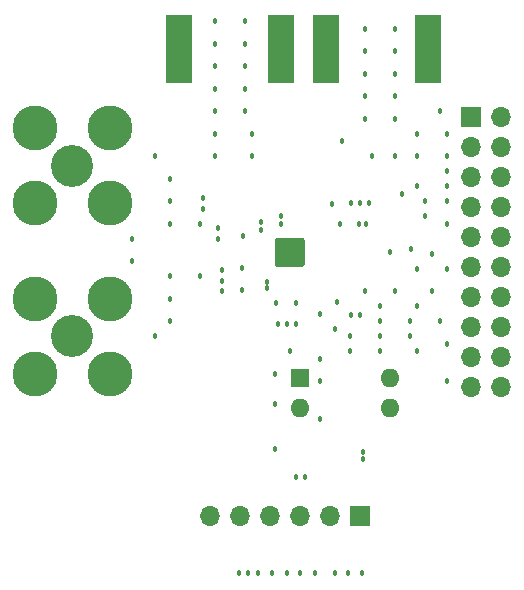
<source format=gbl>
G04 #@! TF.GenerationSoftware,KiCad,Pcbnew,(5.1.6)-1*
G04 #@! TF.CreationDate,2020-10-21T16:53:57-04:00*
G04 #@! TF.ProjectId,SAR_pcb,5341525f-7063-4622-9e6b-696361645f70,rev?*
G04 #@! TF.SameCoordinates,Original*
G04 #@! TF.FileFunction,Copper,L4,Bot*
G04 #@! TF.FilePolarity,Positive*
%FSLAX46Y46*%
G04 Gerber Fmt 4.6, Leading zero omitted, Abs format (unit mm)*
G04 Created by KiCad (PCBNEW (5.1.6)-1) date 2020-10-21 16:53:57*
%MOMM*%
%LPD*%
G01*
G04 APERTURE LIST*
G04 #@! TA.AperFunction,SMDPad,CuDef*
%ADD10R,2.286000X5.842000*%
G04 #@! TD*
G04 #@! TA.AperFunction,ComponentPad*
%ADD11C,3.810000*%
G04 #@! TD*
G04 #@! TA.AperFunction,ComponentPad*
%ADD12C,3.556000*%
G04 #@! TD*
G04 #@! TA.AperFunction,ComponentPad*
%ADD13R,1.700000X1.700000*%
G04 #@! TD*
G04 #@! TA.AperFunction,ComponentPad*
%ADD14O,1.700000X1.700000*%
G04 #@! TD*
G04 #@! TA.AperFunction,ComponentPad*
%ADD15R,1.600000X1.600000*%
G04 #@! TD*
G04 #@! TA.AperFunction,ComponentPad*
%ADD16O,1.600000X1.600000*%
G04 #@! TD*
G04 #@! TA.AperFunction,ViaPad*
%ADD17C,0.500000*%
G04 #@! TD*
G04 #@! TA.AperFunction,ViaPad*
%ADD18C,0.457200*%
G04 #@! TD*
G04 APERTURE END LIST*
D10*
G04 #@! TO.P,J10,2*
G04 #@! TO.N,GND*
X152273000Y-75996021D03*
X160909000Y-75996021D03*
G04 #@! TD*
G04 #@! TO.P,J9,2*
G04 #@! TO.N,GND*
X139827000Y-75984100D03*
X148463000Y-75984100D03*
G04 #@! TD*
D11*
G04 #@! TO.P,J1,2*
G04 #@! TO.N,GND*
X127635000Y-82715100D03*
D12*
G04 #@! TO.P,J1,1*
G04 #@! TO.N,VIN-*
X130810000Y-85890100D03*
D11*
G04 #@! TO.P,J1,2*
G04 #@! TO.N,GND*
X133985000Y-82715100D03*
X127635000Y-89065100D03*
X133985000Y-89065100D03*
G04 #@! TD*
G04 #@! TO.P,J2,2*
G04 #@! TO.N,GND*
X133985000Y-103505000D03*
X127635000Y-103505000D03*
X133985000Y-97155000D03*
D12*
G04 #@! TO.P,J2,1*
G04 #@! TO.N,VIN+*
X130810000Y-100330000D03*
D11*
G04 #@! TO.P,J2,2*
G04 #@! TO.N,GND*
X127635000Y-97155000D03*
G04 #@! TD*
D13*
G04 #@! TO.P,J3,1*
G04 #@! TO.N,D0*
X164592000Y-81788000D03*
D14*
G04 #@! TO.P,J3,2*
G04 #@! TO.N,GND*
X167132000Y-81788000D03*
G04 #@! TO.P,J3,3*
G04 #@! TO.N,D1*
X164592000Y-84328000D03*
G04 #@! TO.P,J3,4*
G04 #@! TO.N,GND*
X167132000Y-84328000D03*
G04 #@! TO.P,J3,5*
G04 #@! TO.N,D2*
X164592000Y-86868000D03*
G04 #@! TO.P,J3,6*
G04 #@! TO.N,GND*
X167132000Y-86868000D03*
G04 #@! TO.P,J3,7*
G04 #@! TO.N,D3*
X164592000Y-89408000D03*
G04 #@! TO.P,J3,8*
G04 #@! TO.N,GND*
X167132000Y-89408000D03*
G04 #@! TO.P,J3,9*
G04 #@! TO.N,D4*
X164592000Y-91948000D03*
G04 #@! TO.P,J3,10*
G04 #@! TO.N,GND*
X167132000Y-91948000D03*
G04 #@! TO.P,J3,11*
G04 #@! TO.N,D5*
X164592000Y-94488000D03*
G04 #@! TO.P,J3,12*
G04 #@! TO.N,GND*
X167132000Y-94488000D03*
G04 #@! TO.P,J3,13*
G04 #@! TO.N,D6*
X164592000Y-97028000D03*
G04 #@! TO.P,J3,14*
G04 #@! TO.N,GND*
X167132000Y-97028000D03*
G04 #@! TO.P,J3,15*
G04 #@! TO.N,D7*
X164592000Y-99568000D03*
G04 #@! TO.P,J3,16*
G04 #@! TO.N,GND*
X167132000Y-99568000D03*
G04 #@! TO.P,J3,17*
G04 #@! TO.N,D8*
X164592000Y-102108000D03*
G04 #@! TO.P,J3,18*
G04 #@! TO.N,GND*
X167132000Y-102108000D03*
G04 #@! TO.P,J3,19*
G04 #@! TO.N,D9*
X164592000Y-104648000D03*
G04 #@! TO.P,J3,20*
G04 #@! TO.N,GND*
X167132000Y-104648000D03*
G04 #@! TD*
D13*
G04 #@! TO.P,J4,1*
G04 #@! TO.N,VDD*
X155194000Y-115570000D03*
D14*
G04 #@! TO.P,J4,2*
G04 #@! TO.N,GND*
X152654000Y-115570000D03*
G04 #@! TO.P,J4,3*
G04 #@! TO.N,VDDPST*
X150114000Y-115570000D03*
G04 #@! TO.P,J4,4*
G04 #@! TO.N,GND*
X147574000Y-115570000D03*
G04 #@! TO.P,J4,5*
G04 #@! TO.N,VREF*
X145034000Y-115570000D03*
G04 #@! TO.P,J4,6*
G04 #@! TO.N,GND*
X142494000Y-115570000D03*
G04 #@! TD*
D15*
G04 #@! TO.P,SW1,1*
G04 #@! TO.N,RST*
X150114000Y-103886000D03*
D16*
G04 #@! TO.P,SW1,3*
G04 #@! TO.N,GND*
X157734000Y-106426000D03*
G04 #@! TO.P,SW1,2*
G04 #@! TO.N,RST*
X150114000Y-106426000D03*
G04 #@! TO.P,SW1,4*
G04 #@! TO.N,GND*
X157734000Y-103886000D03*
G04 #@! TD*
D17*
G04 #@! TO.N,GND*
G04 #@! TO.C,U2*
X148204680Y-92233240D03*
X149204680Y-92233240D03*
X150204680Y-92233240D03*
X148204680Y-93233240D03*
X149204680Y-93233240D03*
X150204680Y-93233240D03*
X148204680Y-94233240D03*
X149204680Y-94233240D03*
X150204680Y-94233240D03*
G04 #@! TA.AperFunction,Conductor*
G36*
G01*
X147954680Y-94233240D02*
X147954680Y-92233240D01*
G75*
G02*
X148204680Y-91983240I250000J0D01*
G01*
X150204680Y-91983240D01*
G75*
G02*
X150454680Y-92233240I0J-250000D01*
G01*
X150454680Y-94233240D01*
G75*
G02*
X150204680Y-94483240I-250000J0D01*
G01*
X148204680Y-94483240D01*
G75*
G02*
X147954680Y-94233240I0J250000D01*
G01*
G37*
G04 #@! TD.AperFunction*
G04 #@! TD*
D18*
G04 #@! TO.N,VDD*
X145161000Y-96393000D03*
X149733000Y-97536000D03*
X153479500Y-90868500D03*
X145212000Y-91821000D03*
G04 #@! TO.N,GND*
X155321000Y-120396000D03*
X150114000Y-120396000D03*
X145669000Y-120396000D03*
X144907000Y-120396000D03*
X155067000Y-90805000D03*
X155956000Y-89027000D03*
X154432000Y-89027000D03*
X154432000Y-98552000D03*
X149733000Y-99314000D03*
X148209000Y-99314000D03*
X141859000Y-89535000D03*
X143510000Y-96520000D03*
X143510000Y-94742000D03*
X155448000Y-110744000D03*
X155448000Y-110109000D03*
X161544000Y-74676000D03*
X160274000Y-78232000D03*
X161544000Y-78232000D03*
X161544000Y-75692000D03*
X161544000Y-73660000D03*
X160274000Y-74676000D03*
X161544000Y-76962000D03*
X160274000Y-76962000D03*
X160274000Y-73660000D03*
X160274000Y-75692000D03*
X152908000Y-74676000D03*
X151638000Y-78232000D03*
X152908000Y-78232000D03*
X152908000Y-75692000D03*
X152908000Y-73660000D03*
X151638000Y-74676000D03*
X152908000Y-76962000D03*
X151638000Y-76962000D03*
X151638000Y-73660000D03*
X151638000Y-75692000D03*
X149098000Y-74676000D03*
X147828000Y-78232000D03*
X149098000Y-78232000D03*
X149098000Y-75692000D03*
X149098000Y-73660000D03*
X147828000Y-74676000D03*
X149098000Y-76962000D03*
X147828000Y-76962000D03*
X147828000Y-73660000D03*
X147828000Y-75692000D03*
X140462000Y-78232000D03*
X139192000Y-78232000D03*
X139192000Y-76962000D03*
X140462000Y-76962000D03*
X140462000Y-75692000D03*
X139192000Y-75692000D03*
X140462000Y-74676000D03*
X139192000Y-74676000D03*
X140462000Y-73660000D03*
X139192000Y-73660000D03*
X148463000Y-90805000D03*
X146812000Y-90678000D03*
X146812000Y-91313000D03*
X148463000Y-90170000D03*
X147320000Y-95758000D03*
X147320000Y-96266000D03*
X143510000Y-95631000D03*
X141859000Y-88646000D03*
X143129000Y-91186000D03*
X143129000Y-92075000D03*
X148971000Y-99314000D03*
X155194000Y-98552000D03*
X155194000Y-89027000D03*
X155702000Y-90805000D03*
X146558000Y-120396000D03*
X147701000Y-120396000D03*
X148971000Y-120396000D03*
X151384000Y-120396000D03*
X153035000Y-120396000D03*
X154178000Y-120396000D03*
X139065000Y-86995000D03*
X137795000Y-85090000D03*
X151765000Y-102235000D03*
X151765000Y-104140000D03*
X151765000Y-107315000D03*
X154305000Y-101600000D03*
X156845000Y-101600000D03*
X160020000Y-101600000D03*
X162560000Y-104140000D03*
X151765000Y-98425000D03*
X153035000Y-99695000D03*
X154305000Y-100330000D03*
X156845000Y-100330000D03*
X159385000Y-100330000D03*
X162560000Y-100965000D03*
X156845000Y-99060000D03*
X159385000Y-99060000D03*
X161925000Y-99060000D03*
X156845000Y-97790000D03*
X160020000Y-97790000D03*
X155575000Y-96520000D03*
X158115000Y-96520000D03*
X161290000Y-96520000D03*
X160020000Y-94615000D03*
X162560000Y-94615000D03*
X161290000Y-93345000D03*
X162560000Y-90805000D03*
X160655000Y-88900000D03*
X160655000Y-90170000D03*
X162560000Y-88900000D03*
X162560000Y-87630000D03*
X162560000Y-85090000D03*
X162560000Y-86360000D03*
X160020000Y-87630000D03*
X162560000Y-83185000D03*
X160020000Y-85090000D03*
X158750000Y-88265000D03*
X159512000Y-92964000D03*
X157734000Y-93218000D03*
X158115000Y-85090000D03*
X160020000Y-83185000D03*
X161925000Y-81280000D03*
X155575000Y-74295000D03*
X155575000Y-76200000D03*
X155575000Y-78105000D03*
X155575000Y-80010000D03*
X155575000Y-81915000D03*
X142875000Y-85090000D03*
X146050000Y-85090000D03*
X153670000Y-83820000D03*
X156210000Y-85090000D03*
X149225000Y-101600000D03*
X147955000Y-103505000D03*
X147955000Y-106045000D03*
X147955000Y-109855000D03*
X158115000Y-74295000D03*
X158115000Y-76200000D03*
X158115000Y-78105000D03*
X158115000Y-80010000D03*
X158115000Y-81915000D03*
X142875000Y-73660000D03*
X145415000Y-73660000D03*
X142875000Y-75565000D03*
X145415000Y-75565000D03*
X142875000Y-77470000D03*
X145415000Y-77470000D03*
X145415000Y-79375000D03*
X142875000Y-79375000D03*
X142875000Y-81280000D03*
X145415000Y-81280000D03*
X142875000Y-83185000D03*
X146050000Y-83185000D03*
X139065000Y-88900000D03*
X139065000Y-90805000D03*
X141605000Y-90805000D03*
X139065000Y-95250000D03*
X141605000Y-95250000D03*
X139065000Y-97155000D03*
X139065000Y-99060000D03*
X137795000Y-100330000D03*
X135890000Y-92075000D03*
X135890000Y-93980000D03*
G04 #@! TO.N,VDDPST*
X150495000Y-112268000D03*
X149733000Y-112268000D03*
X148082000Y-97536000D03*
X153212800Y-97434400D03*
X152781000Y-89154000D03*
G04 #@! TO.N,VREF*
X145188653Y-94587347D03*
G04 #@! TD*
M02*

</source>
